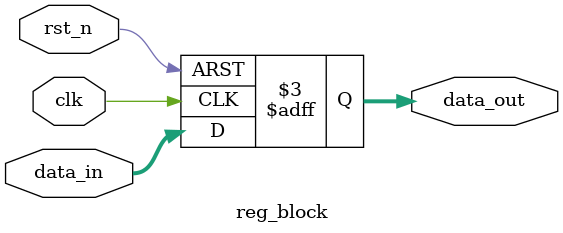
<source format=v>
module reg_block (
    input wire clk,
    input wire rst_n,
    input wire [7:0] data_in,
    output reg [7:0] data_out
);

    always @(posedge clk or negedge rst_n) begin
        if (!rst_n)
            data_out <= 8'b0;
        else
            data_out <= data_in;
    end

endmodule

</source>
